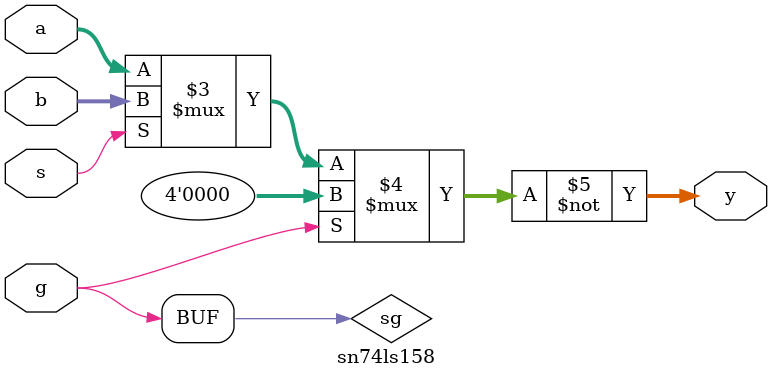
<source format=v>
module sn74ls158(y, a, b, s, g);
input [3:0] a, b;
input s, g;
output [3:0] y;

parameter
	// TI TTL data book Vol 1, 1985
	tPLH_min=0, tPLH_typ=13, tPLH_max=20, // worst case
	tPHL_min=0, tPHL_typ=18, tPHL_max=24;

	assign sg = {s, g};

	assign #(tPLH_min:tPLH_typ:tPLH_max, tPHL_min:tPHL_typ:tPHL_max)
		y = ~(g==1'b1 ? 4'b0000 : 
		      (s=='b0 ? a : b));

endmodule

</source>
